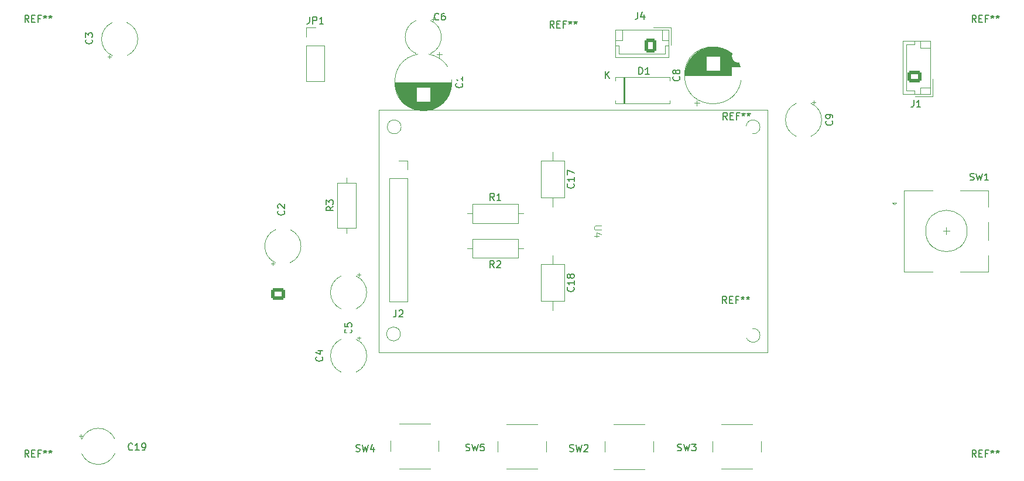
<source format=gto>
G04 #@! TF.GenerationSoftware,KiCad,Pcbnew,8.0.2*
G04 #@! TF.CreationDate,2024-05-25T11:53:27+02:00*
G04 #@! TF.ProjectId,VFO na esp32,56464f20-6e61-4206-9573-7033322e6b69,rev?*
G04 #@! TF.SameCoordinates,Original*
G04 #@! TF.FileFunction,Legend,Top*
G04 #@! TF.FilePolarity,Positive*
%FSLAX46Y46*%
G04 Gerber Fmt 4.6, Leading zero omitted, Abs format (unit mm)*
G04 Created by KiCad (PCBNEW 8.0.2) date 2024-05-25 11:53:27*
%MOMM*%
%LPD*%
G01*
G04 APERTURE LIST*
G04 Aperture macros list*
%AMRoundRect*
0 Rectangle with rounded corners*
0 $1 Rounding radius*
0 $2 $3 $4 $5 $6 $7 $8 $9 X,Y pos of 4 corners*
0 Add a 4 corners polygon primitive as box body*
4,1,4,$2,$3,$4,$5,$6,$7,$8,$9,$2,$3,0*
0 Add four circle primitives for the rounded corners*
1,1,$1+$1,$2,$3*
1,1,$1+$1,$4,$5*
1,1,$1+$1,$6,$7*
1,1,$1+$1,$8,$9*
0 Add four rect primitives between the rounded corners*
20,1,$1+$1,$2,$3,$4,$5,0*
20,1,$1+$1,$4,$5,$6,$7,0*
20,1,$1+$1,$6,$7,$8,$9,0*
20,1,$1+$1,$8,$9,$2,$3,0*%
G04 Aperture macros list end*
%ADD10C,0.150000*%
%ADD11C,0.100000*%
%ADD12C,0.120000*%
%ADD13R,1.600000X1.600000*%
%ADD14C,1.600000*%
%ADD15C,2.200000*%
%ADD16R,1.700000X1.700000*%
%ADD17O,1.700000X1.700000*%
%ADD18C,5.000000*%
%ADD19O,1.600000X1.600000*%
%ADD20C,7.000000*%
%ADD21R,2.000000X2.000000*%
%ADD22C,2.000000*%
%ADD23R,3.200000X2.000000*%
%ADD24R,2.400000X2.400000*%
%ADD25O,2.400000X2.400000*%
%ADD26RoundRect,0.250000X0.750000X-0.600000X0.750000X0.600000X-0.750000X0.600000X-0.750000X-0.600000X0*%
%ADD27O,2.000000X1.700000*%
%ADD28RoundRect,0.250000X0.600000X0.750000X-0.600000X0.750000X-0.600000X-0.750000X0.600000X-0.750000X0*%
%ADD29O,1.700000X2.000000*%
%ADD30R,2.000000X1.200000*%
%ADD31O,2.000000X1.200000*%
%ADD32O,3.500000X3.500000*%
%ADD33R,2.000000X1.905000*%
%ADD34O,2.000000X1.905000*%
%ADD35RoundRect,0.250000X-0.725000X0.600000X-0.725000X-0.600000X0.725000X-0.600000X0.725000X0.600000X0*%
%ADD36O,1.950000X1.700000*%
G04 APERTURE END LIST*
D10*
X194709580Y-70816666D02*
X194757200Y-70864285D01*
X194757200Y-70864285D02*
X194804819Y-71007142D01*
X194804819Y-71007142D02*
X194804819Y-71102380D01*
X194804819Y-71102380D02*
X194757200Y-71245237D01*
X194757200Y-71245237D02*
X194661961Y-71340475D01*
X194661961Y-71340475D02*
X194566723Y-71388094D01*
X194566723Y-71388094D02*
X194376247Y-71435713D01*
X194376247Y-71435713D02*
X194233390Y-71435713D01*
X194233390Y-71435713D02*
X194042914Y-71388094D01*
X194042914Y-71388094D02*
X193947676Y-71340475D01*
X193947676Y-71340475D02*
X193852438Y-71245237D01*
X193852438Y-71245237D02*
X193804819Y-71102380D01*
X193804819Y-71102380D02*
X193804819Y-71007142D01*
X193804819Y-71007142D02*
X193852438Y-70864285D01*
X193852438Y-70864285D02*
X193900057Y-70816666D01*
X194233390Y-70245237D02*
X194185771Y-70340475D01*
X194185771Y-70340475D02*
X194138152Y-70388094D01*
X194138152Y-70388094D02*
X194042914Y-70435713D01*
X194042914Y-70435713D02*
X193995295Y-70435713D01*
X193995295Y-70435713D02*
X193900057Y-70388094D01*
X193900057Y-70388094D02*
X193852438Y-70340475D01*
X193852438Y-70340475D02*
X193804819Y-70245237D01*
X193804819Y-70245237D02*
X193804819Y-70054761D01*
X193804819Y-70054761D02*
X193852438Y-69959523D01*
X193852438Y-69959523D02*
X193900057Y-69911904D01*
X193900057Y-69911904D02*
X193995295Y-69864285D01*
X193995295Y-69864285D02*
X194042914Y-69864285D01*
X194042914Y-69864285D02*
X194138152Y-69911904D01*
X194138152Y-69911904D02*
X194185771Y-69959523D01*
X194185771Y-69959523D02*
X194233390Y-70054761D01*
X194233390Y-70054761D02*
X194233390Y-70245237D01*
X194233390Y-70245237D02*
X194281009Y-70340475D01*
X194281009Y-70340475D02*
X194328628Y-70388094D01*
X194328628Y-70388094D02*
X194423866Y-70435713D01*
X194423866Y-70435713D02*
X194614342Y-70435713D01*
X194614342Y-70435713D02*
X194709580Y-70388094D01*
X194709580Y-70388094D02*
X194757200Y-70340475D01*
X194757200Y-70340475D02*
X194804819Y-70245237D01*
X194804819Y-70245237D02*
X194804819Y-70054761D01*
X194804819Y-70054761D02*
X194757200Y-69959523D01*
X194757200Y-69959523D02*
X194709580Y-69911904D01*
X194709580Y-69911904D02*
X194614342Y-69864285D01*
X194614342Y-69864285D02*
X194423866Y-69864285D01*
X194423866Y-69864285D02*
X194328628Y-69911904D01*
X194328628Y-69911904D02*
X194281009Y-69959523D01*
X194281009Y-69959523D02*
X194233390Y-70054761D01*
X163309580Y-71816666D02*
X163357200Y-71864285D01*
X163357200Y-71864285D02*
X163404819Y-72007142D01*
X163404819Y-72007142D02*
X163404819Y-72102380D01*
X163404819Y-72102380D02*
X163357200Y-72245237D01*
X163357200Y-72245237D02*
X163261961Y-72340475D01*
X163261961Y-72340475D02*
X163166723Y-72388094D01*
X163166723Y-72388094D02*
X162976247Y-72435713D01*
X162976247Y-72435713D02*
X162833390Y-72435713D01*
X162833390Y-72435713D02*
X162642914Y-72388094D01*
X162642914Y-72388094D02*
X162547676Y-72340475D01*
X162547676Y-72340475D02*
X162452438Y-72245237D01*
X162452438Y-72245237D02*
X162404819Y-72102380D01*
X162404819Y-72102380D02*
X162404819Y-72007142D01*
X162404819Y-72007142D02*
X162452438Y-71864285D01*
X162452438Y-71864285D02*
X162500057Y-71816666D01*
X163404819Y-70864285D02*
X163404819Y-71435713D01*
X163404819Y-71149999D02*
X162404819Y-71149999D01*
X162404819Y-71149999D02*
X162547676Y-71245237D01*
X162547676Y-71245237D02*
X162642914Y-71340475D01*
X162642914Y-71340475D02*
X162690533Y-71435713D01*
X109759580Y-65466666D02*
X109807200Y-65514285D01*
X109807200Y-65514285D02*
X109854819Y-65657142D01*
X109854819Y-65657142D02*
X109854819Y-65752380D01*
X109854819Y-65752380D02*
X109807200Y-65895237D01*
X109807200Y-65895237D02*
X109711961Y-65990475D01*
X109711961Y-65990475D02*
X109616723Y-66038094D01*
X109616723Y-66038094D02*
X109426247Y-66085713D01*
X109426247Y-66085713D02*
X109283390Y-66085713D01*
X109283390Y-66085713D02*
X109092914Y-66038094D01*
X109092914Y-66038094D02*
X108997676Y-65990475D01*
X108997676Y-65990475D02*
X108902438Y-65895237D01*
X108902438Y-65895237D02*
X108854819Y-65752380D01*
X108854819Y-65752380D02*
X108854819Y-65657142D01*
X108854819Y-65657142D02*
X108902438Y-65514285D01*
X108902438Y-65514285D02*
X108950057Y-65466666D01*
X108854819Y-65133332D02*
X108854819Y-64514285D01*
X108854819Y-64514285D02*
X109235771Y-64847618D01*
X109235771Y-64847618D02*
X109235771Y-64704761D01*
X109235771Y-64704761D02*
X109283390Y-64609523D01*
X109283390Y-64609523D02*
X109331009Y-64561904D01*
X109331009Y-64561904D02*
X109426247Y-64514285D01*
X109426247Y-64514285D02*
X109664342Y-64514285D01*
X109664342Y-64514285D02*
X109759580Y-64561904D01*
X109759580Y-64561904D02*
X109807200Y-64609523D01*
X109807200Y-64609523D02*
X109854819Y-64704761D01*
X109854819Y-64704761D02*
X109854819Y-64990475D01*
X109854819Y-64990475D02*
X109807200Y-65085713D01*
X109807200Y-65085713D02*
X109759580Y-65133332D01*
D11*
X183422580Y-92458095D02*
X182613057Y-92458095D01*
X182613057Y-92458095D02*
X182517819Y-92505714D01*
X182517819Y-92505714D02*
X182470200Y-92553333D01*
X182470200Y-92553333D02*
X182422580Y-92648571D01*
X182422580Y-92648571D02*
X182422580Y-92839047D01*
X182422580Y-92839047D02*
X182470200Y-92934285D01*
X182470200Y-92934285D02*
X182517819Y-92981904D01*
X182517819Y-92981904D02*
X182613057Y-93029523D01*
X182613057Y-93029523D02*
X183422580Y-93029523D01*
X183089247Y-93934285D02*
X182422580Y-93934285D01*
X183470200Y-93696190D02*
X182755914Y-93458095D01*
X182755914Y-93458095D02*
X182755914Y-94077142D01*
D10*
X147259580Y-107466666D02*
X147307200Y-107514285D01*
X147307200Y-107514285D02*
X147354819Y-107657142D01*
X147354819Y-107657142D02*
X147354819Y-107752380D01*
X147354819Y-107752380D02*
X147307200Y-107895237D01*
X147307200Y-107895237D02*
X147211961Y-107990475D01*
X147211961Y-107990475D02*
X147116723Y-108038094D01*
X147116723Y-108038094D02*
X146926247Y-108085713D01*
X146926247Y-108085713D02*
X146783390Y-108085713D01*
X146783390Y-108085713D02*
X146592914Y-108038094D01*
X146592914Y-108038094D02*
X146497676Y-107990475D01*
X146497676Y-107990475D02*
X146402438Y-107895237D01*
X146402438Y-107895237D02*
X146354819Y-107752380D01*
X146354819Y-107752380D02*
X146354819Y-107657142D01*
X146354819Y-107657142D02*
X146402438Y-107514285D01*
X146402438Y-107514285D02*
X146450057Y-107466666D01*
X146354819Y-106561904D02*
X146354819Y-107038094D01*
X146354819Y-107038094D02*
X146831009Y-107085713D01*
X146831009Y-107085713D02*
X146783390Y-107038094D01*
X146783390Y-107038094D02*
X146735771Y-106942856D01*
X146735771Y-106942856D02*
X146735771Y-106704761D01*
X146735771Y-106704761D02*
X146783390Y-106609523D01*
X146783390Y-106609523D02*
X146831009Y-106561904D01*
X146831009Y-106561904D02*
X146926247Y-106514285D01*
X146926247Y-106514285D02*
X147164342Y-106514285D01*
X147164342Y-106514285D02*
X147259580Y-106561904D01*
X147259580Y-106561904D02*
X147307200Y-106609523D01*
X147307200Y-106609523D02*
X147354819Y-106704761D01*
X147354819Y-106704761D02*
X147354819Y-106942856D01*
X147354819Y-106942856D02*
X147307200Y-107038094D01*
X147307200Y-107038094D02*
X147259580Y-107085713D01*
X141266666Y-62184819D02*
X141266666Y-62899104D01*
X141266666Y-62899104D02*
X141219047Y-63041961D01*
X141219047Y-63041961D02*
X141123809Y-63137200D01*
X141123809Y-63137200D02*
X140980952Y-63184819D01*
X140980952Y-63184819D02*
X140885714Y-63184819D01*
X141742857Y-63184819D02*
X141742857Y-62184819D01*
X141742857Y-62184819D02*
X142123809Y-62184819D01*
X142123809Y-62184819D02*
X142219047Y-62232438D01*
X142219047Y-62232438D02*
X142266666Y-62280057D01*
X142266666Y-62280057D02*
X142314285Y-62375295D01*
X142314285Y-62375295D02*
X142314285Y-62518152D01*
X142314285Y-62518152D02*
X142266666Y-62613390D01*
X142266666Y-62613390D02*
X142219047Y-62661009D01*
X142219047Y-62661009D02*
X142123809Y-62708628D01*
X142123809Y-62708628D02*
X141742857Y-62708628D01*
X143266666Y-63184819D02*
X142695238Y-63184819D01*
X142980952Y-63184819D02*
X142980952Y-62184819D01*
X142980952Y-62184819D02*
X142885714Y-62327676D01*
X142885714Y-62327676D02*
X142790476Y-62422914D01*
X142790476Y-62422914D02*
X142695238Y-62470533D01*
X237666666Y-125954819D02*
X237333333Y-125478628D01*
X237095238Y-125954819D02*
X237095238Y-124954819D01*
X237095238Y-124954819D02*
X237476190Y-124954819D01*
X237476190Y-124954819D02*
X237571428Y-125002438D01*
X237571428Y-125002438D02*
X237619047Y-125050057D01*
X237619047Y-125050057D02*
X237666666Y-125145295D01*
X237666666Y-125145295D02*
X237666666Y-125288152D01*
X237666666Y-125288152D02*
X237619047Y-125383390D01*
X237619047Y-125383390D02*
X237571428Y-125431009D01*
X237571428Y-125431009D02*
X237476190Y-125478628D01*
X237476190Y-125478628D02*
X237095238Y-125478628D01*
X238095238Y-125431009D02*
X238428571Y-125431009D01*
X238571428Y-125954819D02*
X238095238Y-125954819D01*
X238095238Y-125954819D02*
X238095238Y-124954819D01*
X238095238Y-124954819D02*
X238571428Y-124954819D01*
X239333333Y-125431009D02*
X239000000Y-125431009D01*
X239000000Y-125954819D02*
X239000000Y-124954819D01*
X239000000Y-124954819D02*
X239476190Y-124954819D01*
X240000000Y-124954819D02*
X240000000Y-125192914D01*
X239761905Y-125097676D02*
X240000000Y-125192914D01*
X240000000Y-125192914D02*
X240238095Y-125097676D01*
X239857143Y-125383390D02*
X240000000Y-125192914D01*
X240000000Y-125192914D02*
X240142857Y-125383390D01*
X240761905Y-124954819D02*
X240761905Y-125192914D01*
X240523810Y-125097676D02*
X240761905Y-125192914D01*
X240761905Y-125192914D02*
X241000000Y-125097676D01*
X240619048Y-125383390D02*
X240761905Y-125192914D01*
X240761905Y-125192914D02*
X240904762Y-125383390D01*
X179429580Y-101342857D02*
X179477200Y-101390476D01*
X179477200Y-101390476D02*
X179524819Y-101533333D01*
X179524819Y-101533333D02*
X179524819Y-101628571D01*
X179524819Y-101628571D02*
X179477200Y-101771428D01*
X179477200Y-101771428D02*
X179381961Y-101866666D01*
X179381961Y-101866666D02*
X179286723Y-101914285D01*
X179286723Y-101914285D02*
X179096247Y-101961904D01*
X179096247Y-101961904D02*
X178953390Y-101961904D01*
X178953390Y-101961904D02*
X178762914Y-101914285D01*
X178762914Y-101914285D02*
X178667676Y-101866666D01*
X178667676Y-101866666D02*
X178572438Y-101771428D01*
X178572438Y-101771428D02*
X178524819Y-101628571D01*
X178524819Y-101628571D02*
X178524819Y-101533333D01*
X178524819Y-101533333D02*
X178572438Y-101390476D01*
X178572438Y-101390476D02*
X178620057Y-101342857D01*
X179524819Y-100390476D02*
X179524819Y-100961904D01*
X179524819Y-100676190D02*
X178524819Y-100676190D01*
X178524819Y-100676190D02*
X178667676Y-100771428D01*
X178667676Y-100771428D02*
X178762914Y-100866666D01*
X178762914Y-100866666D02*
X178810533Y-100961904D01*
X178953390Y-99819047D02*
X178905771Y-99914285D01*
X178905771Y-99914285D02*
X178858152Y-99961904D01*
X178858152Y-99961904D02*
X178762914Y-100009523D01*
X178762914Y-100009523D02*
X178715295Y-100009523D01*
X178715295Y-100009523D02*
X178620057Y-99961904D01*
X178620057Y-99961904D02*
X178572438Y-99914285D01*
X178572438Y-99914285D02*
X178524819Y-99819047D01*
X178524819Y-99819047D02*
X178524819Y-99628571D01*
X178524819Y-99628571D02*
X178572438Y-99533333D01*
X178572438Y-99533333D02*
X178620057Y-99485714D01*
X178620057Y-99485714D02*
X178715295Y-99438095D01*
X178715295Y-99438095D02*
X178762914Y-99438095D01*
X178762914Y-99438095D02*
X178858152Y-99485714D01*
X178858152Y-99485714D02*
X178905771Y-99533333D01*
X178905771Y-99533333D02*
X178953390Y-99628571D01*
X178953390Y-99628571D02*
X178953390Y-99819047D01*
X178953390Y-99819047D02*
X179001009Y-99914285D01*
X179001009Y-99914285D02*
X179048628Y-99961904D01*
X179048628Y-99961904D02*
X179143866Y-100009523D01*
X179143866Y-100009523D02*
X179334342Y-100009523D01*
X179334342Y-100009523D02*
X179429580Y-99961904D01*
X179429580Y-99961904D02*
X179477200Y-99914285D01*
X179477200Y-99914285D02*
X179524819Y-99819047D01*
X179524819Y-99819047D02*
X179524819Y-99628571D01*
X179524819Y-99628571D02*
X179477200Y-99533333D01*
X179477200Y-99533333D02*
X179429580Y-99485714D01*
X179429580Y-99485714D02*
X179334342Y-99438095D01*
X179334342Y-99438095D02*
X179143866Y-99438095D01*
X179143866Y-99438095D02*
X179048628Y-99485714D01*
X179048628Y-99485714D02*
X179001009Y-99533333D01*
X179001009Y-99533333D02*
X178953390Y-99628571D01*
X115657142Y-124859580D02*
X115609523Y-124907200D01*
X115609523Y-124907200D02*
X115466666Y-124954819D01*
X115466666Y-124954819D02*
X115371428Y-124954819D01*
X115371428Y-124954819D02*
X115228571Y-124907200D01*
X115228571Y-124907200D02*
X115133333Y-124811961D01*
X115133333Y-124811961D02*
X115085714Y-124716723D01*
X115085714Y-124716723D02*
X115038095Y-124526247D01*
X115038095Y-124526247D02*
X115038095Y-124383390D01*
X115038095Y-124383390D02*
X115085714Y-124192914D01*
X115085714Y-124192914D02*
X115133333Y-124097676D01*
X115133333Y-124097676D02*
X115228571Y-124002438D01*
X115228571Y-124002438D02*
X115371428Y-123954819D01*
X115371428Y-123954819D02*
X115466666Y-123954819D01*
X115466666Y-123954819D02*
X115609523Y-124002438D01*
X115609523Y-124002438D02*
X115657142Y-124050057D01*
X116609523Y-124954819D02*
X116038095Y-124954819D01*
X116323809Y-124954819D02*
X116323809Y-123954819D01*
X116323809Y-123954819D02*
X116228571Y-124097676D01*
X116228571Y-124097676D02*
X116133333Y-124192914D01*
X116133333Y-124192914D02*
X116038095Y-124240533D01*
X117085714Y-124954819D02*
X117276190Y-124954819D01*
X117276190Y-124954819D02*
X117371428Y-124907200D01*
X117371428Y-124907200D02*
X117419047Y-124859580D01*
X117419047Y-124859580D02*
X117514285Y-124716723D01*
X117514285Y-124716723D02*
X117561904Y-124526247D01*
X117561904Y-124526247D02*
X117561904Y-124145295D01*
X117561904Y-124145295D02*
X117514285Y-124050057D01*
X117514285Y-124050057D02*
X117466666Y-124002438D01*
X117466666Y-124002438D02*
X117371428Y-123954819D01*
X117371428Y-123954819D02*
X117180952Y-123954819D01*
X117180952Y-123954819D02*
X117085714Y-124002438D01*
X117085714Y-124002438D02*
X117038095Y-124050057D01*
X117038095Y-124050057D02*
X116990476Y-124145295D01*
X116990476Y-124145295D02*
X116990476Y-124383390D01*
X116990476Y-124383390D02*
X117038095Y-124478628D01*
X117038095Y-124478628D02*
X117085714Y-124526247D01*
X117085714Y-124526247D02*
X117180952Y-124573866D01*
X117180952Y-124573866D02*
X117371428Y-124573866D01*
X117371428Y-124573866D02*
X117466666Y-124526247D01*
X117466666Y-124526247D02*
X117514285Y-124478628D01*
X117514285Y-124478628D02*
X117561904Y-124383390D01*
X100666666Y-62954819D02*
X100333333Y-62478628D01*
X100095238Y-62954819D02*
X100095238Y-61954819D01*
X100095238Y-61954819D02*
X100476190Y-61954819D01*
X100476190Y-61954819D02*
X100571428Y-62002438D01*
X100571428Y-62002438D02*
X100619047Y-62050057D01*
X100619047Y-62050057D02*
X100666666Y-62145295D01*
X100666666Y-62145295D02*
X100666666Y-62288152D01*
X100666666Y-62288152D02*
X100619047Y-62383390D01*
X100619047Y-62383390D02*
X100571428Y-62431009D01*
X100571428Y-62431009D02*
X100476190Y-62478628D01*
X100476190Y-62478628D02*
X100095238Y-62478628D01*
X101095238Y-62431009D02*
X101428571Y-62431009D01*
X101571428Y-62954819D02*
X101095238Y-62954819D01*
X101095238Y-62954819D02*
X101095238Y-61954819D01*
X101095238Y-61954819D02*
X101571428Y-61954819D01*
X102333333Y-62431009D02*
X102000000Y-62431009D01*
X102000000Y-62954819D02*
X102000000Y-61954819D01*
X102000000Y-61954819D02*
X102476190Y-61954819D01*
X103000000Y-61954819D02*
X103000000Y-62192914D01*
X102761905Y-62097676D02*
X103000000Y-62192914D01*
X103000000Y-62192914D02*
X103238095Y-62097676D01*
X102857143Y-62383390D02*
X103000000Y-62192914D01*
X103000000Y-62192914D02*
X103142857Y-62383390D01*
X103761905Y-61954819D02*
X103761905Y-62192914D01*
X103523810Y-62097676D02*
X103761905Y-62192914D01*
X103761905Y-62192914D02*
X104000000Y-62097676D01*
X103619048Y-62383390D02*
X103761905Y-62192914D01*
X103761905Y-62192914D02*
X103904762Y-62383390D01*
X176616666Y-63764819D02*
X176283333Y-63288628D01*
X176045238Y-63764819D02*
X176045238Y-62764819D01*
X176045238Y-62764819D02*
X176426190Y-62764819D01*
X176426190Y-62764819D02*
X176521428Y-62812438D01*
X176521428Y-62812438D02*
X176569047Y-62860057D01*
X176569047Y-62860057D02*
X176616666Y-62955295D01*
X176616666Y-62955295D02*
X176616666Y-63098152D01*
X176616666Y-63098152D02*
X176569047Y-63193390D01*
X176569047Y-63193390D02*
X176521428Y-63241009D01*
X176521428Y-63241009D02*
X176426190Y-63288628D01*
X176426190Y-63288628D02*
X176045238Y-63288628D01*
X177045238Y-63241009D02*
X177378571Y-63241009D01*
X177521428Y-63764819D02*
X177045238Y-63764819D01*
X177045238Y-63764819D02*
X177045238Y-62764819D01*
X177045238Y-62764819D02*
X177521428Y-62764819D01*
X178283333Y-63241009D02*
X177950000Y-63241009D01*
X177950000Y-63764819D02*
X177950000Y-62764819D01*
X177950000Y-62764819D02*
X178426190Y-62764819D01*
X178950000Y-62764819D02*
X178950000Y-63002914D01*
X178711905Y-62907676D02*
X178950000Y-63002914D01*
X178950000Y-63002914D02*
X179188095Y-62907676D01*
X178807143Y-63193390D02*
X178950000Y-63002914D01*
X178950000Y-63002914D02*
X179092857Y-63193390D01*
X179711905Y-62764819D02*
X179711905Y-63002914D01*
X179473810Y-62907676D02*
X179711905Y-63002914D01*
X179711905Y-63002914D02*
X179950000Y-62907676D01*
X179569048Y-63193390D02*
X179711905Y-63002914D01*
X179711905Y-63002914D02*
X179854762Y-63193390D01*
X153766666Y-104654819D02*
X153766666Y-105369104D01*
X153766666Y-105369104D02*
X153719047Y-105511961D01*
X153719047Y-105511961D02*
X153623809Y-105607200D01*
X153623809Y-105607200D02*
X153480952Y-105654819D01*
X153480952Y-105654819D02*
X153385714Y-105654819D01*
X154195238Y-104750057D02*
X154242857Y-104702438D01*
X154242857Y-104702438D02*
X154338095Y-104654819D01*
X154338095Y-104654819D02*
X154576190Y-104654819D01*
X154576190Y-104654819D02*
X154671428Y-104702438D01*
X154671428Y-104702438D02*
X154719047Y-104750057D01*
X154719047Y-104750057D02*
X154766666Y-104845295D01*
X154766666Y-104845295D02*
X154766666Y-104940533D01*
X154766666Y-104940533D02*
X154719047Y-105083390D01*
X154719047Y-105083390D02*
X154147619Y-105654819D01*
X154147619Y-105654819D02*
X154766666Y-105654819D01*
X236766667Y-85807200D02*
X236909524Y-85854819D01*
X236909524Y-85854819D02*
X237147619Y-85854819D01*
X237147619Y-85854819D02*
X237242857Y-85807200D01*
X237242857Y-85807200D02*
X237290476Y-85759580D01*
X237290476Y-85759580D02*
X237338095Y-85664342D01*
X237338095Y-85664342D02*
X237338095Y-85569104D01*
X237338095Y-85569104D02*
X237290476Y-85473866D01*
X237290476Y-85473866D02*
X237242857Y-85426247D01*
X237242857Y-85426247D02*
X237147619Y-85378628D01*
X237147619Y-85378628D02*
X236957143Y-85331009D01*
X236957143Y-85331009D02*
X236861905Y-85283390D01*
X236861905Y-85283390D02*
X236814286Y-85235771D01*
X236814286Y-85235771D02*
X236766667Y-85140533D01*
X236766667Y-85140533D02*
X236766667Y-85045295D01*
X236766667Y-85045295D02*
X236814286Y-84950057D01*
X236814286Y-84950057D02*
X236861905Y-84902438D01*
X236861905Y-84902438D02*
X236957143Y-84854819D01*
X236957143Y-84854819D02*
X237195238Y-84854819D01*
X237195238Y-84854819D02*
X237338095Y-84902438D01*
X237671429Y-84854819D02*
X237909524Y-85854819D01*
X237909524Y-85854819D02*
X238100000Y-85140533D01*
X238100000Y-85140533D02*
X238290476Y-85854819D01*
X238290476Y-85854819D02*
X238528572Y-84854819D01*
X239433333Y-85854819D02*
X238861905Y-85854819D01*
X239147619Y-85854819D02*
X239147619Y-84854819D01*
X239147619Y-84854819D02*
X239052381Y-84997676D01*
X239052381Y-84997676D02*
X238957143Y-85092914D01*
X238957143Y-85092914D02*
X238861905Y-85140533D01*
X147966667Y-125107200D02*
X148109524Y-125154819D01*
X148109524Y-125154819D02*
X148347619Y-125154819D01*
X148347619Y-125154819D02*
X148442857Y-125107200D01*
X148442857Y-125107200D02*
X148490476Y-125059580D01*
X148490476Y-125059580D02*
X148538095Y-124964342D01*
X148538095Y-124964342D02*
X148538095Y-124869104D01*
X148538095Y-124869104D02*
X148490476Y-124773866D01*
X148490476Y-124773866D02*
X148442857Y-124726247D01*
X148442857Y-124726247D02*
X148347619Y-124678628D01*
X148347619Y-124678628D02*
X148157143Y-124631009D01*
X148157143Y-124631009D02*
X148061905Y-124583390D01*
X148061905Y-124583390D02*
X148014286Y-124535771D01*
X148014286Y-124535771D02*
X147966667Y-124440533D01*
X147966667Y-124440533D02*
X147966667Y-124345295D01*
X147966667Y-124345295D02*
X148014286Y-124250057D01*
X148014286Y-124250057D02*
X148061905Y-124202438D01*
X148061905Y-124202438D02*
X148157143Y-124154819D01*
X148157143Y-124154819D02*
X148395238Y-124154819D01*
X148395238Y-124154819D02*
X148538095Y-124202438D01*
X148871429Y-124154819D02*
X149109524Y-125154819D01*
X149109524Y-125154819D02*
X149300000Y-124440533D01*
X149300000Y-124440533D02*
X149490476Y-125154819D01*
X149490476Y-125154819D02*
X149728572Y-124154819D01*
X150538095Y-124488152D02*
X150538095Y-125154819D01*
X150300000Y-124107200D02*
X150061905Y-124821485D01*
X150061905Y-124821485D02*
X150680952Y-124821485D01*
X178866667Y-125107200D02*
X179009524Y-125154819D01*
X179009524Y-125154819D02*
X179247619Y-125154819D01*
X179247619Y-125154819D02*
X179342857Y-125107200D01*
X179342857Y-125107200D02*
X179390476Y-125059580D01*
X179390476Y-125059580D02*
X179438095Y-124964342D01*
X179438095Y-124964342D02*
X179438095Y-124869104D01*
X179438095Y-124869104D02*
X179390476Y-124773866D01*
X179390476Y-124773866D02*
X179342857Y-124726247D01*
X179342857Y-124726247D02*
X179247619Y-124678628D01*
X179247619Y-124678628D02*
X179057143Y-124631009D01*
X179057143Y-124631009D02*
X178961905Y-124583390D01*
X178961905Y-124583390D02*
X178914286Y-124535771D01*
X178914286Y-124535771D02*
X178866667Y-124440533D01*
X178866667Y-124440533D02*
X178866667Y-124345295D01*
X178866667Y-124345295D02*
X178914286Y-124250057D01*
X178914286Y-124250057D02*
X178961905Y-124202438D01*
X178961905Y-124202438D02*
X179057143Y-124154819D01*
X179057143Y-124154819D02*
X179295238Y-124154819D01*
X179295238Y-124154819D02*
X179438095Y-124202438D01*
X179771429Y-124154819D02*
X180009524Y-125154819D01*
X180009524Y-125154819D02*
X180200000Y-124440533D01*
X180200000Y-124440533D02*
X180390476Y-125154819D01*
X180390476Y-125154819D02*
X180628572Y-124154819D01*
X180961905Y-124250057D02*
X181009524Y-124202438D01*
X181009524Y-124202438D02*
X181104762Y-124154819D01*
X181104762Y-124154819D02*
X181342857Y-124154819D01*
X181342857Y-124154819D02*
X181438095Y-124202438D01*
X181438095Y-124202438D02*
X181485714Y-124250057D01*
X181485714Y-124250057D02*
X181533333Y-124345295D01*
X181533333Y-124345295D02*
X181533333Y-124440533D01*
X181533333Y-124440533D02*
X181485714Y-124583390D01*
X181485714Y-124583390D02*
X180914286Y-125154819D01*
X180914286Y-125154819D02*
X181533333Y-125154819D01*
X188871905Y-70494819D02*
X188871905Y-69494819D01*
X188871905Y-69494819D02*
X189110000Y-69494819D01*
X189110000Y-69494819D02*
X189252857Y-69542438D01*
X189252857Y-69542438D02*
X189348095Y-69637676D01*
X189348095Y-69637676D02*
X189395714Y-69732914D01*
X189395714Y-69732914D02*
X189443333Y-69923390D01*
X189443333Y-69923390D02*
X189443333Y-70066247D01*
X189443333Y-70066247D02*
X189395714Y-70256723D01*
X189395714Y-70256723D02*
X189348095Y-70351961D01*
X189348095Y-70351961D02*
X189252857Y-70447200D01*
X189252857Y-70447200D02*
X189110000Y-70494819D01*
X189110000Y-70494819D02*
X188871905Y-70494819D01*
X190395714Y-70494819D02*
X189824286Y-70494819D01*
X190110000Y-70494819D02*
X190110000Y-69494819D01*
X190110000Y-69494819D02*
X190014762Y-69637676D01*
X190014762Y-69637676D02*
X189919524Y-69732914D01*
X189919524Y-69732914D02*
X189824286Y-69780533D01*
X184068095Y-71094819D02*
X184068095Y-70094819D01*
X184639523Y-71094819D02*
X184210952Y-70523390D01*
X184639523Y-70094819D02*
X184068095Y-70666247D01*
X159933333Y-62559580D02*
X159885714Y-62607200D01*
X159885714Y-62607200D02*
X159742857Y-62654819D01*
X159742857Y-62654819D02*
X159647619Y-62654819D01*
X159647619Y-62654819D02*
X159504762Y-62607200D01*
X159504762Y-62607200D02*
X159409524Y-62511961D01*
X159409524Y-62511961D02*
X159361905Y-62416723D01*
X159361905Y-62416723D02*
X159314286Y-62226247D01*
X159314286Y-62226247D02*
X159314286Y-62083390D01*
X159314286Y-62083390D02*
X159361905Y-61892914D01*
X159361905Y-61892914D02*
X159409524Y-61797676D01*
X159409524Y-61797676D02*
X159504762Y-61702438D01*
X159504762Y-61702438D02*
X159647619Y-61654819D01*
X159647619Y-61654819D02*
X159742857Y-61654819D01*
X159742857Y-61654819D02*
X159885714Y-61702438D01*
X159885714Y-61702438D02*
X159933333Y-61750057D01*
X160790476Y-61654819D02*
X160600000Y-61654819D01*
X160600000Y-61654819D02*
X160504762Y-61702438D01*
X160504762Y-61702438D02*
X160457143Y-61750057D01*
X160457143Y-61750057D02*
X160361905Y-61892914D01*
X160361905Y-61892914D02*
X160314286Y-62083390D01*
X160314286Y-62083390D02*
X160314286Y-62464342D01*
X160314286Y-62464342D02*
X160361905Y-62559580D01*
X160361905Y-62559580D02*
X160409524Y-62607200D01*
X160409524Y-62607200D02*
X160504762Y-62654819D01*
X160504762Y-62654819D02*
X160695238Y-62654819D01*
X160695238Y-62654819D02*
X160790476Y-62607200D01*
X160790476Y-62607200D02*
X160838095Y-62559580D01*
X160838095Y-62559580D02*
X160885714Y-62464342D01*
X160885714Y-62464342D02*
X160885714Y-62226247D01*
X160885714Y-62226247D02*
X160838095Y-62131009D01*
X160838095Y-62131009D02*
X160790476Y-62083390D01*
X160790476Y-62083390D02*
X160695238Y-62035771D01*
X160695238Y-62035771D02*
X160504762Y-62035771D01*
X160504762Y-62035771D02*
X160409524Y-62083390D01*
X160409524Y-62083390D02*
X160361905Y-62131009D01*
X160361905Y-62131009D02*
X160314286Y-62226247D01*
X228616666Y-74244819D02*
X228616666Y-74959104D01*
X228616666Y-74959104D02*
X228569047Y-75101961D01*
X228569047Y-75101961D02*
X228473809Y-75197200D01*
X228473809Y-75197200D02*
X228330952Y-75244819D01*
X228330952Y-75244819D02*
X228235714Y-75244819D01*
X229616666Y-75244819D02*
X229045238Y-75244819D01*
X229330952Y-75244819D02*
X229330952Y-74244819D01*
X229330952Y-74244819D02*
X229235714Y-74387676D01*
X229235714Y-74387676D02*
X229140476Y-74482914D01*
X229140476Y-74482914D02*
X229045238Y-74530533D01*
X144684819Y-89666666D02*
X144208628Y-89999999D01*
X144684819Y-90238094D02*
X143684819Y-90238094D01*
X143684819Y-90238094D02*
X143684819Y-89857142D01*
X143684819Y-89857142D02*
X143732438Y-89761904D01*
X143732438Y-89761904D02*
X143780057Y-89714285D01*
X143780057Y-89714285D02*
X143875295Y-89666666D01*
X143875295Y-89666666D02*
X144018152Y-89666666D01*
X144018152Y-89666666D02*
X144113390Y-89714285D01*
X144113390Y-89714285D02*
X144161009Y-89761904D01*
X144161009Y-89761904D02*
X144208628Y-89857142D01*
X144208628Y-89857142D02*
X144208628Y-90238094D01*
X143684819Y-89333332D02*
X143684819Y-88714285D01*
X143684819Y-88714285D02*
X144065771Y-89047618D01*
X144065771Y-89047618D02*
X144065771Y-88904761D01*
X144065771Y-88904761D02*
X144113390Y-88809523D01*
X144113390Y-88809523D02*
X144161009Y-88761904D01*
X144161009Y-88761904D02*
X144256247Y-88714285D01*
X144256247Y-88714285D02*
X144494342Y-88714285D01*
X144494342Y-88714285D02*
X144589580Y-88761904D01*
X144589580Y-88761904D02*
X144637200Y-88809523D01*
X144637200Y-88809523D02*
X144684819Y-88904761D01*
X144684819Y-88904761D02*
X144684819Y-89190475D01*
X144684819Y-89190475D02*
X144637200Y-89285713D01*
X144637200Y-89285713D02*
X144589580Y-89333332D01*
X163866667Y-125007200D02*
X164009524Y-125054819D01*
X164009524Y-125054819D02*
X164247619Y-125054819D01*
X164247619Y-125054819D02*
X164342857Y-125007200D01*
X164342857Y-125007200D02*
X164390476Y-124959580D01*
X164390476Y-124959580D02*
X164438095Y-124864342D01*
X164438095Y-124864342D02*
X164438095Y-124769104D01*
X164438095Y-124769104D02*
X164390476Y-124673866D01*
X164390476Y-124673866D02*
X164342857Y-124626247D01*
X164342857Y-124626247D02*
X164247619Y-124578628D01*
X164247619Y-124578628D02*
X164057143Y-124531009D01*
X164057143Y-124531009D02*
X163961905Y-124483390D01*
X163961905Y-124483390D02*
X163914286Y-124435771D01*
X163914286Y-124435771D02*
X163866667Y-124340533D01*
X163866667Y-124340533D02*
X163866667Y-124245295D01*
X163866667Y-124245295D02*
X163914286Y-124150057D01*
X163914286Y-124150057D02*
X163961905Y-124102438D01*
X163961905Y-124102438D02*
X164057143Y-124054819D01*
X164057143Y-124054819D02*
X164295238Y-124054819D01*
X164295238Y-124054819D02*
X164438095Y-124102438D01*
X164771429Y-124054819D02*
X165009524Y-125054819D01*
X165009524Y-125054819D02*
X165200000Y-124340533D01*
X165200000Y-124340533D02*
X165390476Y-125054819D01*
X165390476Y-125054819D02*
X165628572Y-124054819D01*
X166485714Y-124054819D02*
X166009524Y-124054819D01*
X166009524Y-124054819D02*
X165961905Y-124531009D01*
X165961905Y-124531009D02*
X166009524Y-124483390D01*
X166009524Y-124483390D02*
X166104762Y-124435771D01*
X166104762Y-124435771D02*
X166342857Y-124435771D01*
X166342857Y-124435771D02*
X166438095Y-124483390D01*
X166438095Y-124483390D02*
X166485714Y-124531009D01*
X166485714Y-124531009D02*
X166533333Y-124626247D01*
X166533333Y-124626247D02*
X166533333Y-124864342D01*
X166533333Y-124864342D02*
X166485714Y-124959580D01*
X166485714Y-124959580D02*
X166438095Y-125007200D01*
X166438095Y-125007200D02*
X166342857Y-125054819D01*
X166342857Y-125054819D02*
X166104762Y-125054819D01*
X166104762Y-125054819D02*
X166009524Y-125007200D01*
X166009524Y-125007200D02*
X165961905Y-124959580D01*
X167963333Y-88754819D02*
X167630000Y-88278628D01*
X167391905Y-88754819D02*
X167391905Y-87754819D01*
X167391905Y-87754819D02*
X167772857Y-87754819D01*
X167772857Y-87754819D02*
X167868095Y-87802438D01*
X167868095Y-87802438D02*
X167915714Y-87850057D01*
X167915714Y-87850057D02*
X167963333Y-87945295D01*
X167963333Y-87945295D02*
X167963333Y-88088152D01*
X167963333Y-88088152D02*
X167915714Y-88183390D01*
X167915714Y-88183390D02*
X167868095Y-88231009D01*
X167868095Y-88231009D02*
X167772857Y-88278628D01*
X167772857Y-88278628D02*
X167391905Y-88278628D01*
X168915714Y-88754819D02*
X168344286Y-88754819D01*
X168630000Y-88754819D02*
X168630000Y-87754819D01*
X168630000Y-87754819D02*
X168534762Y-87897676D01*
X168534762Y-87897676D02*
X168439524Y-87992914D01*
X168439524Y-87992914D02*
X168344286Y-88040533D01*
X188716666Y-61514819D02*
X188716666Y-62229104D01*
X188716666Y-62229104D02*
X188669047Y-62371961D01*
X188669047Y-62371961D02*
X188573809Y-62467200D01*
X188573809Y-62467200D02*
X188430952Y-62514819D01*
X188430952Y-62514819D02*
X188335714Y-62514819D01*
X189621428Y-61848152D02*
X189621428Y-62514819D01*
X189383333Y-61467200D02*
X189145238Y-62181485D01*
X189145238Y-62181485D02*
X189764285Y-62181485D01*
X216809580Y-77266666D02*
X216857200Y-77314285D01*
X216857200Y-77314285D02*
X216904819Y-77457142D01*
X216904819Y-77457142D02*
X216904819Y-77552380D01*
X216904819Y-77552380D02*
X216857200Y-77695237D01*
X216857200Y-77695237D02*
X216761961Y-77790475D01*
X216761961Y-77790475D02*
X216666723Y-77838094D01*
X216666723Y-77838094D02*
X216476247Y-77885713D01*
X216476247Y-77885713D02*
X216333390Y-77885713D01*
X216333390Y-77885713D02*
X216142914Y-77838094D01*
X216142914Y-77838094D02*
X216047676Y-77790475D01*
X216047676Y-77790475D02*
X215952438Y-77695237D01*
X215952438Y-77695237D02*
X215904819Y-77552380D01*
X215904819Y-77552380D02*
X215904819Y-77457142D01*
X215904819Y-77457142D02*
X215952438Y-77314285D01*
X215952438Y-77314285D02*
X216000057Y-77266666D01*
X216904819Y-76790475D02*
X216904819Y-76599999D01*
X216904819Y-76599999D02*
X216857200Y-76504761D01*
X216857200Y-76504761D02*
X216809580Y-76457142D01*
X216809580Y-76457142D02*
X216666723Y-76361904D01*
X216666723Y-76361904D02*
X216476247Y-76314285D01*
X216476247Y-76314285D02*
X216095295Y-76314285D01*
X216095295Y-76314285D02*
X216000057Y-76361904D01*
X216000057Y-76361904D02*
X215952438Y-76409523D01*
X215952438Y-76409523D02*
X215904819Y-76504761D01*
X215904819Y-76504761D02*
X215904819Y-76695237D01*
X215904819Y-76695237D02*
X215952438Y-76790475D01*
X215952438Y-76790475D02*
X216000057Y-76838094D01*
X216000057Y-76838094D02*
X216095295Y-76885713D01*
X216095295Y-76885713D02*
X216333390Y-76885713D01*
X216333390Y-76885713D02*
X216428628Y-76838094D01*
X216428628Y-76838094D02*
X216476247Y-76790475D01*
X216476247Y-76790475D02*
X216523866Y-76695237D01*
X216523866Y-76695237D02*
X216523866Y-76504761D01*
X216523866Y-76504761D02*
X216476247Y-76409523D01*
X216476247Y-76409523D02*
X216428628Y-76361904D01*
X216428628Y-76361904D02*
X216333390Y-76314285D01*
X201666666Y-77054819D02*
X201333333Y-76578628D01*
X201095238Y-77054819D02*
X201095238Y-76054819D01*
X201095238Y-76054819D02*
X201476190Y-76054819D01*
X201476190Y-76054819D02*
X201571428Y-76102438D01*
X201571428Y-76102438D02*
X201619047Y-76150057D01*
X201619047Y-76150057D02*
X201666666Y-76245295D01*
X201666666Y-76245295D02*
X201666666Y-76388152D01*
X201666666Y-76388152D02*
X201619047Y-76483390D01*
X201619047Y-76483390D02*
X201571428Y-76531009D01*
X201571428Y-76531009D02*
X201476190Y-76578628D01*
X201476190Y-76578628D02*
X201095238Y-76578628D01*
X202095238Y-76531009D02*
X202428571Y-76531009D01*
X202571428Y-77054819D02*
X202095238Y-77054819D01*
X202095238Y-77054819D02*
X202095238Y-76054819D01*
X202095238Y-76054819D02*
X202571428Y-76054819D01*
X203333333Y-76531009D02*
X203000000Y-76531009D01*
X203000000Y-77054819D02*
X203000000Y-76054819D01*
X203000000Y-76054819D02*
X203476190Y-76054819D01*
X204000000Y-76054819D02*
X204000000Y-76292914D01*
X203761905Y-76197676D02*
X204000000Y-76292914D01*
X204000000Y-76292914D02*
X204238095Y-76197676D01*
X203857143Y-76483390D02*
X204000000Y-76292914D01*
X204000000Y-76292914D02*
X204142857Y-76483390D01*
X204761905Y-76054819D02*
X204761905Y-76292914D01*
X204523810Y-76197676D02*
X204761905Y-76292914D01*
X204761905Y-76292914D02*
X205000000Y-76197676D01*
X204619048Y-76483390D02*
X204761905Y-76292914D01*
X204761905Y-76292914D02*
X204904762Y-76483390D01*
X137559580Y-90266666D02*
X137607200Y-90314285D01*
X137607200Y-90314285D02*
X137654819Y-90457142D01*
X137654819Y-90457142D02*
X137654819Y-90552380D01*
X137654819Y-90552380D02*
X137607200Y-90695237D01*
X137607200Y-90695237D02*
X137511961Y-90790475D01*
X137511961Y-90790475D02*
X137416723Y-90838094D01*
X137416723Y-90838094D02*
X137226247Y-90885713D01*
X137226247Y-90885713D02*
X137083390Y-90885713D01*
X137083390Y-90885713D02*
X136892914Y-90838094D01*
X136892914Y-90838094D02*
X136797676Y-90790475D01*
X136797676Y-90790475D02*
X136702438Y-90695237D01*
X136702438Y-90695237D02*
X136654819Y-90552380D01*
X136654819Y-90552380D02*
X136654819Y-90457142D01*
X136654819Y-90457142D02*
X136702438Y-90314285D01*
X136702438Y-90314285D02*
X136750057Y-90266666D01*
X136750057Y-89885713D02*
X136702438Y-89838094D01*
X136702438Y-89838094D02*
X136654819Y-89742856D01*
X136654819Y-89742856D02*
X136654819Y-89504761D01*
X136654819Y-89504761D02*
X136702438Y-89409523D01*
X136702438Y-89409523D02*
X136750057Y-89361904D01*
X136750057Y-89361904D02*
X136845295Y-89314285D01*
X136845295Y-89314285D02*
X136940533Y-89314285D01*
X136940533Y-89314285D02*
X137083390Y-89361904D01*
X137083390Y-89361904D02*
X137654819Y-89933332D01*
X137654819Y-89933332D02*
X137654819Y-89314285D01*
X237666666Y-62954819D02*
X237333333Y-62478628D01*
X237095238Y-62954819D02*
X237095238Y-61954819D01*
X237095238Y-61954819D02*
X237476190Y-61954819D01*
X237476190Y-61954819D02*
X237571428Y-62002438D01*
X237571428Y-62002438D02*
X237619047Y-62050057D01*
X237619047Y-62050057D02*
X237666666Y-62145295D01*
X237666666Y-62145295D02*
X237666666Y-62288152D01*
X237666666Y-62288152D02*
X237619047Y-62383390D01*
X237619047Y-62383390D02*
X237571428Y-62431009D01*
X237571428Y-62431009D02*
X237476190Y-62478628D01*
X237476190Y-62478628D02*
X237095238Y-62478628D01*
X238095238Y-62431009D02*
X238428571Y-62431009D01*
X238571428Y-62954819D02*
X238095238Y-62954819D01*
X238095238Y-62954819D02*
X238095238Y-61954819D01*
X238095238Y-61954819D02*
X238571428Y-61954819D01*
X239333333Y-62431009D02*
X239000000Y-62431009D01*
X239000000Y-62954819D02*
X239000000Y-61954819D01*
X239000000Y-61954819D02*
X239476190Y-61954819D01*
X240000000Y-61954819D02*
X240000000Y-62192914D01*
X239761905Y-62097676D02*
X240000000Y-62192914D01*
X240000000Y-62192914D02*
X240238095Y-62097676D01*
X239857143Y-62383390D02*
X240000000Y-62192914D01*
X240000000Y-62192914D02*
X240142857Y-62383390D01*
X240761905Y-61954819D02*
X240761905Y-62192914D01*
X240523810Y-62097676D02*
X240761905Y-62192914D01*
X240761905Y-62192914D02*
X241000000Y-62097676D01*
X240619048Y-62383390D02*
X240761905Y-62192914D01*
X240761905Y-62192914D02*
X240904762Y-62383390D01*
X179429580Y-86362857D02*
X179477200Y-86410476D01*
X179477200Y-86410476D02*
X179524819Y-86553333D01*
X179524819Y-86553333D02*
X179524819Y-86648571D01*
X179524819Y-86648571D02*
X179477200Y-86791428D01*
X179477200Y-86791428D02*
X179381961Y-86886666D01*
X179381961Y-86886666D02*
X179286723Y-86934285D01*
X179286723Y-86934285D02*
X179096247Y-86981904D01*
X179096247Y-86981904D02*
X178953390Y-86981904D01*
X178953390Y-86981904D02*
X178762914Y-86934285D01*
X178762914Y-86934285D02*
X178667676Y-86886666D01*
X178667676Y-86886666D02*
X178572438Y-86791428D01*
X178572438Y-86791428D02*
X178524819Y-86648571D01*
X178524819Y-86648571D02*
X178524819Y-86553333D01*
X178524819Y-86553333D02*
X178572438Y-86410476D01*
X178572438Y-86410476D02*
X178620057Y-86362857D01*
X179524819Y-85410476D02*
X179524819Y-85981904D01*
X179524819Y-85696190D02*
X178524819Y-85696190D01*
X178524819Y-85696190D02*
X178667676Y-85791428D01*
X178667676Y-85791428D02*
X178762914Y-85886666D01*
X178762914Y-85886666D02*
X178810533Y-85981904D01*
X178524819Y-85077142D02*
X178524819Y-84410476D01*
X178524819Y-84410476D02*
X179524819Y-84839047D01*
X100666666Y-125954819D02*
X100333333Y-125478628D01*
X100095238Y-125954819D02*
X100095238Y-124954819D01*
X100095238Y-124954819D02*
X100476190Y-124954819D01*
X100476190Y-124954819D02*
X100571428Y-125002438D01*
X100571428Y-125002438D02*
X100619047Y-125050057D01*
X100619047Y-125050057D02*
X100666666Y-125145295D01*
X100666666Y-125145295D02*
X100666666Y-125288152D01*
X100666666Y-125288152D02*
X100619047Y-125383390D01*
X100619047Y-125383390D02*
X100571428Y-125431009D01*
X100571428Y-125431009D02*
X100476190Y-125478628D01*
X100476190Y-125478628D02*
X100095238Y-125478628D01*
X101095238Y-125431009D02*
X101428571Y-125431009D01*
X101571428Y-125954819D02*
X101095238Y-125954819D01*
X101095238Y-125954819D02*
X101095238Y-124954819D01*
X101095238Y-124954819D02*
X101571428Y-124954819D01*
X102333333Y-125431009D02*
X102000000Y-125431009D01*
X102000000Y-125954819D02*
X102000000Y-124954819D01*
X102000000Y-124954819D02*
X102476190Y-124954819D01*
X103000000Y-124954819D02*
X103000000Y-125192914D01*
X102761905Y-125097676D02*
X103000000Y-125192914D01*
X103000000Y-125192914D02*
X103238095Y-125097676D01*
X102857143Y-125383390D02*
X103000000Y-125192914D01*
X103000000Y-125192914D02*
X103142857Y-125383390D01*
X103761905Y-124954819D02*
X103761905Y-125192914D01*
X103523810Y-125097676D02*
X103761905Y-125192914D01*
X103761905Y-125192914D02*
X104000000Y-125097676D01*
X103619048Y-125383390D02*
X103761905Y-125192914D01*
X103761905Y-125192914D02*
X103904762Y-125383390D01*
X143069580Y-111436666D02*
X143117200Y-111484285D01*
X143117200Y-111484285D02*
X143164819Y-111627142D01*
X143164819Y-111627142D02*
X143164819Y-111722380D01*
X143164819Y-111722380D02*
X143117200Y-111865237D01*
X143117200Y-111865237D02*
X143021961Y-111960475D01*
X143021961Y-111960475D02*
X142926723Y-112008094D01*
X142926723Y-112008094D02*
X142736247Y-112055713D01*
X142736247Y-112055713D02*
X142593390Y-112055713D01*
X142593390Y-112055713D02*
X142402914Y-112008094D01*
X142402914Y-112008094D02*
X142307676Y-111960475D01*
X142307676Y-111960475D02*
X142212438Y-111865237D01*
X142212438Y-111865237D02*
X142164819Y-111722380D01*
X142164819Y-111722380D02*
X142164819Y-111627142D01*
X142164819Y-111627142D02*
X142212438Y-111484285D01*
X142212438Y-111484285D02*
X142260057Y-111436666D01*
X142498152Y-110579523D02*
X143164819Y-110579523D01*
X142117200Y-110817618D02*
X142831485Y-111055713D01*
X142831485Y-111055713D02*
X142831485Y-110436666D01*
X167953333Y-98524819D02*
X167620000Y-98048628D01*
X167381905Y-98524819D02*
X167381905Y-97524819D01*
X167381905Y-97524819D02*
X167762857Y-97524819D01*
X167762857Y-97524819D02*
X167858095Y-97572438D01*
X167858095Y-97572438D02*
X167905714Y-97620057D01*
X167905714Y-97620057D02*
X167953333Y-97715295D01*
X167953333Y-97715295D02*
X167953333Y-97858152D01*
X167953333Y-97858152D02*
X167905714Y-97953390D01*
X167905714Y-97953390D02*
X167858095Y-98001009D01*
X167858095Y-98001009D02*
X167762857Y-98048628D01*
X167762857Y-98048628D02*
X167381905Y-98048628D01*
X168334286Y-97620057D02*
X168381905Y-97572438D01*
X168381905Y-97572438D02*
X168477143Y-97524819D01*
X168477143Y-97524819D02*
X168715238Y-97524819D01*
X168715238Y-97524819D02*
X168810476Y-97572438D01*
X168810476Y-97572438D02*
X168858095Y-97620057D01*
X168858095Y-97620057D02*
X168905714Y-97715295D01*
X168905714Y-97715295D02*
X168905714Y-97810533D01*
X168905714Y-97810533D02*
X168858095Y-97953390D01*
X168858095Y-97953390D02*
X168286667Y-98524819D01*
X168286667Y-98524819D02*
X168905714Y-98524819D01*
X201566666Y-103654819D02*
X201233333Y-103178628D01*
X200995238Y-103654819D02*
X200995238Y-102654819D01*
X200995238Y-102654819D02*
X201376190Y-102654819D01*
X201376190Y-102654819D02*
X201471428Y-102702438D01*
X201471428Y-102702438D02*
X201519047Y-102750057D01*
X201519047Y-102750057D02*
X201566666Y-102845295D01*
X201566666Y-102845295D02*
X201566666Y-102988152D01*
X201566666Y-102988152D02*
X201519047Y-103083390D01*
X201519047Y-103083390D02*
X201471428Y-103131009D01*
X201471428Y-103131009D02*
X201376190Y-103178628D01*
X201376190Y-103178628D02*
X200995238Y-103178628D01*
X201995238Y-103131009D02*
X202328571Y-103131009D01*
X202471428Y-103654819D02*
X201995238Y-103654819D01*
X201995238Y-103654819D02*
X201995238Y-102654819D01*
X201995238Y-102654819D02*
X202471428Y-102654819D01*
X203233333Y-103131009D02*
X202900000Y-103131009D01*
X202900000Y-103654819D02*
X202900000Y-102654819D01*
X202900000Y-102654819D02*
X203376190Y-102654819D01*
X203900000Y-102654819D02*
X203900000Y-102892914D01*
X203661905Y-102797676D02*
X203900000Y-102892914D01*
X203900000Y-102892914D02*
X204138095Y-102797676D01*
X203757143Y-103083390D02*
X203900000Y-102892914D01*
X203900000Y-102892914D02*
X204042857Y-103083390D01*
X204661905Y-102654819D02*
X204661905Y-102892914D01*
X204423810Y-102797676D02*
X204661905Y-102892914D01*
X204661905Y-102892914D02*
X204900000Y-102797676D01*
X204519048Y-103083390D02*
X204661905Y-102892914D01*
X204661905Y-102892914D02*
X204804762Y-103083390D01*
X194466667Y-125007200D02*
X194609524Y-125054819D01*
X194609524Y-125054819D02*
X194847619Y-125054819D01*
X194847619Y-125054819D02*
X194942857Y-125007200D01*
X194942857Y-125007200D02*
X194990476Y-124959580D01*
X194990476Y-124959580D02*
X195038095Y-124864342D01*
X195038095Y-124864342D02*
X195038095Y-124769104D01*
X195038095Y-124769104D02*
X194990476Y-124673866D01*
X194990476Y-124673866D02*
X194942857Y-124626247D01*
X194942857Y-124626247D02*
X194847619Y-124578628D01*
X194847619Y-124578628D02*
X194657143Y-124531009D01*
X194657143Y-124531009D02*
X194561905Y-124483390D01*
X194561905Y-124483390D02*
X194514286Y-124435771D01*
X194514286Y-124435771D02*
X194466667Y-124340533D01*
X194466667Y-124340533D02*
X194466667Y-124245295D01*
X194466667Y-124245295D02*
X194514286Y-124150057D01*
X194514286Y-124150057D02*
X194561905Y-124102438D01*
X194561905Y-124102438D02*
X194657143Y-124054819D01*
X194657143Y-124054819D02*
X194895238Y-124054819D01*
X194895238Y-124054819D02*
X195038095Y-124102438D01*
X195371429Y-124054819D02*
X195609524Y-125054819D01*
X195609524Y-125054819D02*
X195800000Y-124340533D01*
X195800000Y-124340533D02*
X195990476Y-125054819D01*
X195990476Y-125054819D02*
X196228572Y-124054819D01*
X196514286Y-124054819D02*
X197133333Y-124054819D01*
X197133333Y-124054819D02*
X196800000Y-124435771D01*
X196800000Y-124435771D02*
X196942857Y-124435771D01*
X196942857Y-124435771D02*
X197038095Y-124483390D01*
X197038095Y-124483390D02*
X197085714Y-124531009D01*
X197085714Y-124531009D02*
X197133333Y-124626247D01*
X197133333Y-124626247D02*
X197133333Y-124864342D01*
X197133333Y-124864342D02*
X197085714Y-124959580D01*
X197085714Y-124959580D02*
X197038095Y-125007200D01*
X197038095Y-125007200D02*
X196942857Y-125054819D01*
X196942857Y-125054819D02*
X196657143Y-125054819D01*
X196657143Y-125054819D02*
X196561905Y-125007200D01*
X196561905Y-125007200D02*
X196514286Y-124959580D01*
D12*
X197285000Y-75059698D02*
X197285000Y-74259698D01*
X196885000Y-74659698D02*
X197685000Y-74659698D01*
X195520000Y-70650000D02*
X203680000Y-70650000D01*
X195520000Y-70610000D02*
X203680000Y-70610000D01*
X195520000Y-70570000D02*
X203680000Y-70570000D01*
X195521000Y-70530000D02*
X203679000Y-70530000D01*
X195523000Y-70490000D02*
X203677000Y-70490000D01*
X195524000Y-70450000D02*
X203676000Y-70450000D01*
X195526000Y-70410000D02*
X203674000Y-70410000D01*
X195529000Y-70370000D02*
X203671000Y-70370000D01*
X195532000Y-70330000D02*
X203668000Y-70330000D01*
X195535000Y-70290000D02*
X203665000Y-70290000D01*
X195539000Y-70250000D02*
X203661000Y-70250000D01*
X195543000Y-70210000D02*
X203657000Y-70210000D01*
X195548000Y-70170000D02*
X203652000Y-70170000D01*
X195552000Y-70130000D02*
X203648000Y-70130000D01*
X195558000Y-70090000D02*
X203642000Y-70090000D01*
X195563000Y-70050000D02*
X203637000Y-70050000D01*
X195570000Y-70010000D02*
X203630000Y-70010000D01*
X195576000Y-69970000D02*
X203624000Y-69970000D01*
X195583000Y-69929000D02*
X198560000Y-69929000D01*
X200640000Y-69929000D02*
X203617000Y-69929000D01*
X195590000Y-69889000D02*
X198560000Y-69889000D01*
X200640000Y-69889000D02*
X203610000Y-69889000D01*
X195598000Y-69849000D02*
X198560000Y-69849000D01*
X200640000Y-69849000D02*
X203602000Y-69849000D01*
X195606000Y-69809000D02*
X198560000Y-69809000D01*
X200640000Y-69809000D02*
X203594000Y-69809000D01*
X195615000Y-69769000D02*
X198560000Y-69769000D01*
X200640000Y-69769000D02*
X203585000Y-69769000D01*
X195624000Y-69729000D02*
X198560000Y-69729000D01*
X200640000Y-69729000D02*
X203576000Y-69729000D01*
X195633000Y-69689000D02*
X198560000Y-69689000D01*
X200640000Y-69689000D02*
X203567000Y-69689000D01*
X195643000Y-69649000D02*
X198560000Y-69649000D01*
X200640000Y-69649000D02*
X203557000Y-69649000D01*
X195653000Y-69609000D02*
X198560000Y-69609000D01*
X200640000Y-69609000D02*
X203547000Y-69609000D01*
X195664000Y-69569000D02*
X198560000Y-69569000D01*
X200640000Y-69569000D02*
X203536000Y-69569000D01*
X195675000Y-69529000D02*
X198560000Y-69529000D01*
X200640000Y-69529000D02*
X203525000Y-69529000D01*
X195686000Y-69489000D02*
X198560000Y-69489000D01*
X200640000Y-69489000D02*
X203514000Y-69489000D01*
X195698000Y-69449000D02*
X198560000Y-69449000D01*
X200640000Y-69449000D02*
X203502000Y-69449000D01*
X195711000Y-69409000D02*
X198560000Y-69409000D01*
X200640000Y-69409000D02*
X203489000Y-69409000D01*
X195723000Y-69369000D02*
X198560000Y-69369000D01*
X200640000Y-69369000D02*
X203477000Y-69369000D01*
X195737000Y-69329000D02*
X198560000Y-69329000D01*
X200640000Y-69329000D02*
X203463000Y-69329000D01*
X195750000Y-69289000D02*
X198560000Y-69289000D01*
X200640000Y-69289000D02*
X203450000Y-69289000D01*
X195765000Y-69249000D02*
X198560000Y-69249000D01*
X200640000Y-69249000D02*
X203435000Y-69249000D01*
X195779000Y-69209000D02*
X198560000Y-69209000D01*
X200640000Y-69209000D02*
X203421000Y-69209000D01*
X195795000Y-69169000D02*
X198560000Y-69169000D01*
X200640000Y-69169000D02*
X203405000Y-69169000D01*
X195810000Y-69129000D02*
X198560000Y-69129000D01*
X200640000Y-69129000D02*
X203390000Y-69129000D01*
X195826000Y-69089000D02*
X198560000Y-69089000D01*
X200640000Y-69089000D02*
X203374000Y-69089000D01*
X195843000Y-69049000D02*
X198560000Y-69049000D01*
X200640000Y-69049000D02*
X203357000Y-69049000D01*
X195860000Y-69009000D02*
X198560000Y-69009000D01*
X200640000Y-69009000D02*
X203340000Y-69009000D01*
X195878000Y-68969000D02*
X198560000Y-68969000D01*
X200640000Y-68969000D02*
X203322000Y-68969000D01*
X195896000Y-68929000D02*
X198560000Y-68929000D01*
X200640000Y-68929000D02*
X203304000Y-68929000D01*
X195914000Y-68889000D02*
X198560000Y-68889000D01*
X200640000Y-68889000D02*
X203286000Y-68889000D01*
X195934000Y-68849000D02*
X198560000Y-68849000D01*
X200640000Y-68849000D02*
X203266000Y-68849000D01*
X195953000Y-68809000D02*
X198560000Y-68809000D01*
X200640000Y-68809000D02*
X203247000Y-68809000D01*
X195973000Y-68769000D02*
X198560000Y-68769000D01*
X200640000Y-68769000D02*
X203227000Y-68769000D01*
X195994000Y-68729000D02*
X198560000Y-68729000D01*
X200640000Y-68729000D02*
X203206000Y-68729000D01*
X196016000Y-68689000D02*
X198560000Y-68689000D01*
X200640000Y-68689000D02*
X203184000Y-68689000D01*
X196038000Y-68649000D02*
X198560000Y-68649000D01*
X200640000Y-68649000D02*
X203162000Y-68649000D01*
X196060000Y-68609000D02*
X198560000Y-68609000D01*
X200640000Y-68609000D02*
X203140000Y-68609000D01*
X196083000Y-68569000D02*
X198560000Y-68569000D01*
X200640000Y-68569000D02*
X203117000Y-68569000D01*
X196107000Y-68529000D02*
X198560000Y-68529000D01*
X200640000Y-68529000D02*
X203093000Y-68529000D01*
X196131000Y-68489000D02*
X198560000Y-68489000D01*
X200640000Y-68489000D02*
X203069000Y-68489000D01*
X196156000Y-68449000D02*
X198560000Y-68449000D01*
X200640000Y-68449000D02*
X203044000Y-68449000D01*
X196182000Y-68409000D02*
X198560000Y-68409000D01*
X200640000Y-68409000D02*
X203018000Y-68409000D01*
X196208000Y-68369000D02*
X198560000Y-68369000D01*
X200640000Y-68369000D02*
X202992000Y-68369000D01*
X196235000Y-68329000D02*
X198560000Y-68329000D01*
X200640000Y-68329000D02*
X202965000Y-68329000D01*
X196262000Y-68289000D02*
X198560000Y-68289000D01*
X200640000Y-68289000D02*
X202938000Y-68289000D01*
X196291000Y-68249000D02*
X198560000Y-68249000D01*
X200640000Y-68249000D02*
X202909000Y-68249000D01*
X196320000Y-68209000D02*
X198560000Y-68209000D01*
X200640000Y-68209000D02*
X202880000Y-68209000D01*
X196350000Y-68169000D02*
X198560000Y-68169000D01*
X200640000Y-68169000D02*
X202850000Y-68169000D01*
X196380000Y-68129000D02*
X198560000Y-68129000D01*
X200640000Y-68129000D02*
X202820000Y-68129000D01*
X196411000Y-68089000D02*
X198560000Y-68089000D01*
X200640000Y-68089000D02*
X202789000Y-68089000D01*
X196444000Y-68049000D02*
X198560000Y-68049000D01*
X200640000Y-68049000D02*
X202756000Y-68049000D01*
X196476000Y-68009000D02*
X198560000Y-68009000D01*
X200640000Y-68009000D02*
X202724000Y-68009000D01*
X196510000Y-67969000D02*
X198560000Y-67969000D01*
X200640000Y-67969000D02*
X202690000Y-67969000D01*
X196545000Y-67929000D02*
X198560000Y-67929000D01*
X200640000Y-67929000D02*
X202655000Y-67929000D01*
X196581000Y-67889000D02*
X198560000Y-67889000D01*
X200640000Y-67889000D02*
X202619000Y-67889000D01*
X196617000Y-67849000D02*
X202583000Y-67849000D01*
X196655000Y-67809000D02*
X202545000Y-67809000D01*
X196693000Y-67769000D02*
X202507000Y-67769000D01*
X196733000Y-67729000D02*
X202467000Y-67729000D01*
X196774000Y-67689000D02*
X202426000Y-67689000D01*
X196816000Y-67649000D02*
X202384000Y-67649000D01*
X196859000Y-67609000D02*
X202341000Y-67609000D01*
X196903000Y-67569000D02*
X202297000Y-67569000D01*
X196949000Y-67529000D02*
X202251000Y-67529000D01*
X196996000Y-67489000D02*
X202204000Y-67489000D01*
X197044000Y-67449000D02*
X202156000Y-67449000D01*
X197095000Y-67409000D02*
X202105000Y-67409000D01*
X197146000Y-67369000D02*
X202054000Y-67369000D01*
X197200000Y-67329000D02*
X202000000Y-67329000D01*
X197255000Y-67289000D02*
X201945000Y-67289000D01*
X197313000Y-67249000D02*
X201887000Y-67249000D01*
X197372000Y-67209000D02*
X201828000Y-67209000D01*
X197434000Y-67169000D02*
X201766000Y-67169000D01*
X197498000Y-67129000D02*
X201702000Y-67129000D01*
X197566000Y-67089000D02*
X201634000Y-67089000D01*
X197636000Y-67049000D02*
X201564000Y-67049000D01*
X197710000Y-67009000D02*
X201490000Y-67009000D01*
X197787000Y-66969000D02*
X201413000Y-66969000D01*
X197869000Y-66929000D02*
X201331000Y-66929000D01*
X197955000Y-66889000D02*
X201245000Y-66889000D01*
X198048000Y-66849000D02*
X201152000Y-66849000D01*
X198147000Y-66809000D02*
X201053000Y-66809000D01*
X198254000Y-66769000D02*
X200946000Y-66769000D01*
X198371000Y-66729000D02*
X200829000Y-66729000D01*
X198502000Y-66689000D02*
X200698000Y-66689000D01*
X198652000Y-66649000D02*
X200548000Y-66649000D01*
X198832000Y-66609000D02*
X200368000Y-66609000D01*
X199067000Y-66569000D02*
X200133000Y-66569000D01*
X203720000Y-70650000D02*
G75*
G02*
X195480000Y-70650000I-4120000J0D01*
G01*
X195480000Y-70650000D02*
G75*
G02*
X203720000Y-70650000I4120000J0D01*
G01*
X160015000Y-67240302D02*
X160015000Y-68040302D01*
X160415000Y-67640302D02*
X159615000Y-67640302D01*
X161780000Y-71650000D02*
X153620000Y-71650000D01*
X161780000Y-71690000D02*
X153620000Y-71690000D01*
X161780000Y-71730000D02*
X153620000Y-71730000D01*
X161779000Y-71770000D02*
X153621000Y-71770000D01*
X161777000Y-71810000D02*
X153623000Y-71810000D01*
X161776000Y-71850000D02*
X153624000Y-71850000D01*
X161774000Y-71890000D02*
X153626000Y-71890000D01*
X161771000Y-71930000D02*
X153629000Y-71930000D01*
X161768000Y-71970000D02*
X153632000Y-71970000D01*
X161765000Y-72010000D02*
X153635000Y-72010000D01*
X161761000Y-72050000D02*
X153639000Y-72050000D01*
X161757000Y-72090000D02*
X153643000Y-72090000D01*
X161752000Y-72130000D02*
X153648000Y-72130000D01*
X161748000Y-72170000D02*
X153652000Y-72170000D01*
X161742000Y-72210000D02*
X153658000Y-72210000D01*
X161737000Y-72250000D02*
X153663000Y-72250000D01*
X161730000Y-72290000D02*
X153670000Y-72290000D01*
X161724000Y-72330000D02*
X153676000Y-72330000D01*
X161717000Y-72371000D02*
X158740000Y-72371000D01*
X156660000Y-72371000D02*
X153683000Y-72371000D01*
X161710000Y-72411000D02*
X158740000Y-72411000D01*
X156660000Y-72411000D02*
X153690000Y-72411000D01*
X161702000Y-72451000D02*
X158740000Y-72451000D01*
X156660000Y-72451000D02*
X153698000Y-72451000D01*
X161694000Y-72491000D02*
X158740000Y-72491000D01*
X156660000Y-72491000D02*
X153706000Y-72491000D01*
X161685000Y-72531000D02*
X158740000Y-72531000D01*
X156660000Y-72531000D02*
X153715000Y-72531000D01*
X161676000Y-72571000D02*
X158740000Y-72571000D01*
X156660000Y-72571000D02*
X153724000Y-72571000D01*
X161667000Y-72611000D02*
X158740000Y-72611000D01*
X156660000Y-72611000D02*
X153733000Y-72611000D01*
X161657000Y-72651000D02*
X158740000Y-72651000D01*
X156660000Y-72651000D02*
X153743000Y-72651000D01*
X161647000Y-72691000D02*
X158740000Y-72691000D01*
X156660000Y-72691000D02*
X153753000Y-72691000D01*
X161636000Y-72731000D02*
X158740000Y-72731000D01*
X156660000Y-72731000D02*
X153764000Y-72731000D01*
X161625000Y-72771000D02*
X158740000Y-72771000D01*
X156660000Y-72771000D02*
X153775000Y-72771000D01*
X161614000Y-72811000D02*
X158740000Y-72811000D01*
X156660000Y-72811000D02*
X153786000Y-72811000D01*
X161602000Y-72851000D02*
X158740000Y-72851000D01*
X156660000Y-72851000D02*
X153798000Y-72851000D01*
X161589000Y-72891000D02*
X158740000Y-72891000D01*
X156660000Y-72891000D02*
X153811000Y-72891000D01*
X161577000Y-72931000D02*
X158740000Y-72931000D01*
X156660000Y-72931000D02*
X153823000Y-72931000D01*
X161563000Y-72971000D02*
X158740000Y-72971000D01*
X156660000Y-72971000D02*
X153837000Y-72971000D01*
X161550000Y-73011000D02*
X158740000Y-73011000D01*
X156660000Y-73011000D02*
X153850000Y-73011000D01*
X161535000Y-73051000D02*
X158740000Y-73051000D01*
X156660000Y-73051000D02*
X153865000Y-73051000D01*
X161521000Y-73091000D02*
X158740000Y-73091000D01*
X156660000Y-73091000D02*
X153879000Y-73091000D01*
X161505000Y-73131000D02*
X158740000Y-73131000D01*
X156660000Y-73131000D02*
X153895000Y-73131000D01*
X161490000Y-73171000D02*
X158740000Y-73171000D01*
X156660000Y-73171000D02*
X153910000Y-73171000D01*
X161474000Y-73211000D02*
X158740000Y-73211000D01*
X156660000Y-73211000D02*
X153926000Y-73211000D01*
X161457000Y-73251000D02*
X158740000Y-73251000D01*
X156660000Y-73251000D02*
X153943000Y-73251000D01*
X161440000Y-73291000D02*
X158740000Y-73291000D01*
X156660000Y-73291000D02*
X153960000Y-73291000D01*
X161422000Y-73331000D02*
X158740000Y-73331000D01*
X156660000Y-73331000D02*
X153978000Y-73331000D01*
X161404000Y-73371000D02*
X158740000Y-73371000D01*
X156660000Y-73371000D02*
X153996000Y-73371000D01*
X161386000Y-73411000D02*
X158740000Y-73411000D01*
X156660000Y-73411000D02*
X154014000Y-73411000D01*
X161366000Y-73451000D02*
X158740000Y-73451000D01*
X156660000Y-73451000D02*
X154034000Y-73451000D01*
X161347000Y-73491000D02*
X158740000Y-73491000D01*
X156660000Y-73491000D02*
X154053000Y-73491000D01*
X161327000Y-73531000D02*
X158740000Y-73531000D01*
X156660000Y-73531000D02*
X154073000Y-73531000D01*
X161306000Y-73571000D02*
X158740000Y-73571000D01*
X156660000Y-73571000D02*
X154094000Y-73571000D01*
X161284000Y-73611000D02*
X158740000Y-73611000D01*
X156660000Y-73611000D02*
X154116000Y-73611000D01*
X161262000Y-73651000D02*
X158740000Y-73651000D01*
X156660000Y-73651000D02*
X154138000Y-73651000D01*
X161240000Y-73691000D02*
X158740000Y-73691000D01*
X156660000Y-73691000D02*
X154160000Y-73691000D01*
X161217000Y-73731000D02*
X158740000Y-73731000D01*
X156660000Y-73731000D02*
X154183000Y-73731000D01*
X161193000Y-73771000D02*
X158740000Y-73771000D01*
X156660000Y-73771000D02*
X154207000Y-73771000D01*
X161169000Y-73811000D02*
X158740000Y-73811000D01*
X156660000Y-73811000D02*
X154231000Y-73811000D01*
X161144000Y-73851000D02*
X158740000Y-73851000D01*
X156660000Y-73851000D02*
X154256000Y-73851000D01*
X161118000Y-73891000D02*
X158740000Y-73891000D01*
X156660000Y-73891000D02*
X154282000Y-73891000D01*
X161092000Y-73931000D02*
X158740000Y-73931000D01*
X156660000Y-73931000D02*
X154308000Y-73931000D01*
X161065000Y-73971000D02*
X158740000Y-73971000D01*
X156660000Y-73971000D02*
X154335000Y-73971000D01*
X161038000Y-74011000D02*
X158740000Y-74011000D01*
X156660000Y-74011000D02*
X154362000Y-74011000D01*
X161009000Y-74051000D02*
X158740000Y-74051000D01*
X156660000Y-74051000D02*
X154391000Y-74051000D01*
X160980000Y-74091000D02*
X158740000Y-74091000D01*
X156660000Y-74091000D02*
X154420000Y-74091000D01*
X160950000Y-74131000D02*
X158740000Y-74131000D01*
X156660000Y-74131000D02*
X154450000Y-74131000D01*
X160920000Y-74171000D02*
X158740000Y-74171000D01*
X156660000Y-74171000D02*
X154480000Y-74171000D01*
X160889000Y-74211000D02*
X158740000Y-74211000D01*
X156660000Y-74211000D02*
X154511000Y-74211000D01*
X160856000Y-74251000D02*
X158740000Y-74251000D01*
X156660000Y-74251000D02*
X154544000Y-74251000D01*
X160824000Y-74291000D02*
X158740000Y-74291000D01*
X156660000Y-74291000D02*
X154576000Y-74291000D01*
X160790000Y-74331000D02*
X158740000Y-74331000D01*
X156660000Y-74331000D02*
X154610000Y-74331000D01*
X160755000Y-74371000D02*
X158740000Y-74371000D01*
X156660000Y-74371000D02*
X154645000Y-74371000D01*
X160719000Y-74411000D02*
X158740000Y-74411000D01*
X156660000Y-74411000D02*
X154681000Y-74411000D01*
X160683000Y-74451000D02*
X154717000Y-74451000D01*
X160645000Y-74491000D02*
X154755000Y-74491000D01*
X160607000Y-74531000D02*
X154793000Y-74531000D01*
X160567000Y-74571000D02*
X154833000Y-74571000D01*
X160526000Y-74611000D02*
X154874000Y-74611000D01*
X160484000Y-74651000D02*
X154916000Y-74651000D01*
X160441000Y-74691000D02*
X154959000Y-74691000D01*
X160397000Y-74731000D02*
X155003000Y-74731000D01*
X160351000Y-74771000D02*
X155049000Y-74771000D01*
X160304000Y-74811000D02*
X155096000Y-74811000D01*
X160256000Y-74851000D02*
X155144000Y-74851000D01*
X160205000Y-74891000D02*
X155195000Y-74891000D01*
X160154000Y-74931000D02*
X155246000Y-74931000D01*
X160100000Y-74971000D02*
X155300000Y-74971000D01*
X160045000Y-75011000D02*
X155355000Y-75011000D01*
X159987000Y-75051000D02*
X155413000Y-75051000D01*
X159928000Y-75091000D02*
X155472000Y-75091000D01*
X159866000Y-75131000D02*
X155534000Y-75131000D01*
X159802000Y-75171000D02*
X155598000Y-75171000D01*
X159734000Y-75211000D02*
X155666000Y-75211000D01*
X159664000Y-75251000D02*
X155736000Y-75251000D01*
X159590000Y-75291000D02*
X155810000Y-75291000D01*
X159513000Y-75331000D02*
X155887000Y-75331000D01*
X159431000Y-75371000D02*
X155969000Y-75371000D01*
X159345000Y-75411000D02*
X156055000Y-75411000D01*
X159252000Y-75451000D02*
X156148000Y-75451000D01*
X159153000Y-75491000D02*
X156247000Y-75491000D01*
X159046000Y-75531000D02*
X156354000Y-75531000D01*
X158929000Y-75571000D02*
X156471000Y-75571000D01*
X158798000Y-75611000D02*
X156602000Y-75611000D01*
X158648000Y-75651000D02*
X156752000Y-75651000D01*
X158468000Y-75691000D02*
X156932000Y-75691000D01*
X158233000Y-75731000D02*
X157167000Y-75731000D01*
X161820000Y-71650000D02*
G75*
G02*
X153580000Y-71650000I-4120000J0D01*
G01*
X153580000Y-71650000D02*
G75*
G02*
X161820000Y-71650000I4120000J0D01*
G01*
X112075000Y-67954775D02*
X112575000Y-67954775D01*
X112325000Y-68204775D02*
X112325000Y-67704775D01*
X112740000Y-67795997D02*
G75*
G02*
X112740000Y-63004003I1060001J2395997D01*
G01*
X114860000Y-63004003D02*
G75*
G02*
X114860000Y-67795997I-1060001J-2395997D01*
G01*
D11*
X207500000Y-75620000D02*
X151300000Y-75620000D01*
X151300000Y-110820000D01*
X207500000Y-110820000D01*
X207500000Y-75620000D01*
X154400000Y-108120000D02*
G75*
G02*
X152400000Y-108120000I-1000000J0D01*
G01*
X152400000Y-108120000D02*
G75*
G02*
X154400000Y-108120000I1000000J0D01*
G01*
X154500000Y-78120000D02*
G75*
G02*
X152500000Y-78120000I-1000000J0D01*
G01*
X152500000Y-78120000D02*
G75*
G02*
X154500000Y-78120000I1000000J0D01*
G01*
X206400000Y-78120000D02*
G75*
G02*
X204400000Y-78120000I-1000000J0D01*
G01*
X204400000Y-78120000D02*
G75*
G02*
X206400000Y-78120000I1000000J0D01*
G01*
X206400000Y-108320000D02*
G75*
G02*
X204400000Y-108320000I-1000000J0D01*
G01*
X204400000Y-108320000D02*
G75*
G02*
X206400000Y-108320000I1000000J0D01*
G01*
D12*
X148375000Y-99295225D02*
X148375000Y-99795225D01*
X148625000Y-99545225D02*
X148125000Y-99545225D01*
X145840000Y-104495997D02*
G75*
G02*
X145840000Y-99704003I1060001J2395997D01*
G01*
X147960000Y-99704003D02*
G75*
G02*
X147960000Y-104495997I-1060001J-2395997D01*
G01*
X140770000Y-63730000D02*
X142100000Y-63730000D01*
X140770000Y-65060000D02*
X140770000Y-63730000D01*
X140770000Y-66330000D02*
X140770000Y-71470000D01*
X140770000Y-66330000D02*
X143430000Y-66330000D01*
X140770000Y-71470000D02*
X143430000Y-71470000D01*
X143430000Y-66330000D02*
X143430000Y-71470000D01*
X174730000Y-98030000D02*
X174730000Y-103370000D01*
X174730000Y-103370000D02*
X178070000Y-103370000D01*
X176400000Y-96740000D02*
X176400000Y-98030000D01*
X176400000Y-104660000D02*
X176400000Y-103370000D01*
X178070000Y-98030000D02*
X174730000Y-98030000D01*
X178070000Y-103370000D02*
X178070000Y-98030000D01*
X107895225Y-122925000D02*
X108395225Y-122925000D01*
X108145225Y-122675000D02*
X108145225Y-123175000D01*
X108304003Y-123340000D02*
G75*
G02*
X113095997Y-123340000I2395997J-1060001D01*
G01*
X113095997Y-125460000D02*
G75*
G02*
X108304003Y-125460000I-2395997J1060001D01*
G01*
X152795000Y-85595000D02*
X152795000Y-103435000D01*
X152795000Y-85595000D02*
X155455000Y-85595000D01*
X152795000Y-103435000D02*
X155455000Y-103435000D01*
X154125000Y-82995000D02*
X155455000Y-82995000D01*
X155455000Y-82995000D02*
X155455000Y-84325000D01*
X155455000Y-85595000D02*
X155455000Y-103435000D01*
X225550000Y-89100000D02*
X226150000Y-89100000D01*
X225850000Y-89400000D02*
X225550000Y-89100000D01*
X226150000Y-89100000D02*
X225850000Y-89400000D01*
X227250000Y-87300000D02*
X227250000Y-99100000D01*
X231350000Y-87300000D02*
X227250000Y-87300000D01*
X231350000Y-99100000D02*
X227250000Y-99100000D01*
X232850000Y-93200000D02*
X233850000Y-93200000D01*
X233350000Y-92700000D02*
X233350000Y-93700000D01*
X235350000Y-87300000D02*
X239450000Y-87300000D01*
X239450000Y-87300000D02*
X239450000Y-89700000D01*
X239450000Y-91900000D02*
X239450000Y-94500000D01*
X239450000Y-96700000D02*
X239450000Y-99100000D01*
X239450000Y-99100000D02*
X235350000Y-99100000D01*
X236350000Y-93200000D02*
G75*
G02*
X230350000Y-93200000I-3000000J0D01*
G01*
X230350000Y-93200000D02*
G75*
G02*
X236350000Y-93200000I3000000J0D01*
G01*
X152950000Y-123610000D02*
X152950000Y-125110000D01*
X154200000Y-127610000D02*
X158700000Y-127610000D01*
X158700000Y-121110000D02*
X154200000Y-121110000D01*
X159950000Y-125110000D02*
X159950000Y-123610000D01*
X183980000Y-123700000D02*
X183980000Y-125200000D01*
X185230000Y-127700000D02*
X189730000Y-127700000D01*
X189730000Y-121200000D02*
X185230000Y-121200000D01*
X190980000Y-125200000D02*
X190980000Y-123700000D01*
X185490000Y-70920000D02*
X193330000Y-70920000D01*
X185490000Y-71400000D02*
X185490000Y-70920000D01*
X185490000Y-74280000D02*
X185490000Y-74760000D01*
X185490000Y-74760000D02*
X193330000Y-74760000D01*
X186630000Y-70920000D02*
X186630000Y-74760000D01*
X186750000Y-70920000D02*
X186750000Y-74760000D01*
X186870000Y-70920000D02*
X186870000Y-74760000D01*
X193330000Y-70920000D02*
X193330000Y-71400000D01*
X193330000Y-74760000D02*
X193330000Y-74280000D01*
X159175000Y-62295225D02*
X159175000Y-62795225D01*
X159425000Y-62545225D02*
X158925000Y-62545225D01*
X156640000Y-67495997D02*
G75*
G02*
X156640000Y-62704003I1060001J2395997D01*
G01*
X158760000Y-62704003D02*
G75*
G02*
X158760000Y-67495997I-1060001J-2395997D01*
G01*
X227040000Y-65680000D02*
X227040000Y-73400000D01*
X227040000Y-73400000D02*
X231060000Y-73400000D01*
X227540000Y-66180000D02*
X228750000Y-66180000D01*
X227540000Y-72900000D02*
X227540000Y-66180000D01*
X228750000Y-66180000D02*
X228750000Y-65680000D01*
X228750000Y-72900000D02*
X227540000Y-72900000D01*
X228750000Y-73400000D02*
X228750000Y-72900000D01*
X228860000Y-73700000D02*
X231360000Y-73700000D01*
X229560000Y-65680000D02*
X229560000Y-66680000D01*
X229560000Y-66680000D02*
X231060000Y-66680000D01*
X229560000Y-72400000D02*
X231060000Y-72400000D01*
X229560000Y-73400000D02*
X229560000Y-72400000D01*
X231060000Y-65680000D02*
X227040000Y-65680000D01*
X231060000Y-73400000D02*
X231060000Y-65680000D01*
X231360000Y-73700000D02*
X231360000Y-71200000D01*
X145230000Y-86230000D02*
X145230000Y-92770000D01*
X145230000Y-92770000D02*
X147970000Y-92770000D01*
X146600000Y-85460000D02*
X146600000Y-86230000D01*
X146600000Y-93540000D02*
X146600000Y-92770000D01*
X147970000Y-86230000D02*
X145230000Y-86230000D01*
X147970000Y-92770000D02*
X147970000Y-86230000D01*
X168450000Y-123670000D02*
X168450000Y-125170000D01*
X169700000Y-127670000D02*
X174200000Y-127670000D01*
X174200000Y-121170000D02*
X169700000Y-121170000D01*
X175450000Y-125170000D02*
X175450000Y-123670000D01*
X164090000Y-90670000D02*
X164860000Y-90670000D01*
X164860000Y-89300000D02*
X164860000Y-92040000D01*
X164860000Y-92040000D02*
X171400000Y-92040000D01*
X171400000Y-89300000D02*
X164860000Y-89300000D01*
X171400000Y-92040000D02*
X171400000Y-89300000D01*
X172170000Y-90670000D02*
X171400000Y-90670000D01*
X185490000Y-64050000D02*
X185490000Y-68070000D01*
X185490000Y-65550000D02*
X186490000Y-65550000D01*
X185490000Y-68070000D02*
X193210000Y-68070000D01*
X185990000Y-66360000D02*
X185490000Y-66360000D01*
X185990000Y-67570000D02*
X185990000Y-66360000D01*
X186490000Y-65550000D02*
X186490000Y-64050000D01*
X192210000Y-65550000D02*
X192210000Y-64050000D01*
X192710000Y-66360000D02*
X192710000Y-67570000D01*
X192710000Y-67570000D02*
X185990000Y-67570000D01*
X193210000Y-64050000D02*
X185490000Y-64050000D01*
X193210000Y-65550000D02*
X192210000Y-65550000D01*
X193210000Y-66360000D02*
X192710000Y-66360000D01*
X193210000Y-68070000D02*
X193210000Y-64050000D01*
X193510000Y-63750000D02*
X191010000Y-63750000D01*
X193510000Y-66250000D02*
X193510000Y-63750000D01*
X214175000Y-74295225D02*
X214175000Y-74795225D01*
X214425000Y-74545225D02*
X213925000Y-74545225D01*
X211640000Y-79495997D02*
G75*
G02*
X211640000Y-74704003I1060001J2395997D01*
G01*
X213760000Y-74704003D02*
G75*
G02*
X213760000Y-79495997I-1060001J-2395997D01*
G01*
X135675000Y-97954775D02*
X136175000Y-97954775D01*
X135925000Y-98204775D02*
X135925000Y-97704775D01*
X136340000Y-97795997D02*
G75*
G02*
X136340000Y-93004003I1060001J2395997D01*
G01*
X138460000Y-93004003D02*
G75*
G02*
X138460000Y-97795997I-1060001J-2395997D01*
G01*
X174730000Y-83050000D02*
X174730000Y-88390000D01*
X174730000Y-88390000D02*
X178070000Y-88390000D01*
X176400000Y-81760000D02*
X176400000Y-83050000D01*
X176400000Y-89680000D02*
X176400000Y-88390000D01*
X178070000Y-83050000D02*
X174730000Y-83050000D01*
X178070000Y-88390000D02*
X178070000Y-83050000D01*
X148385000Y-108465225D02*
X148385000Y-108965225D01*
X148635000Y-108715225D02*
X148135000Y-108715225D01*
X145850000Y-113665997D02*
G75*
G02*
X145850000Y-108874003I1060001J2395997D01*
G01*
X147970000Y-108874003D02*
G75*
G02*
X147970000Y-113665997I-1060001J-2395997D01*
G01*
X164080000Y-95700000D02*
X164850000Y-95700000D01*
X164850000Y-94330000D02*
X164850000Y-97070000D01*
X164850000Y-97070000D02*
X171390000Y-97070000D01*
X171390000Y-94330000D02*
X164850000Y-94330000D01*
X171390000Y-97070000D02*
X171390000Y-94330000D01*
X172160000Y-95700000D02*
X171390000Y-95700000D01*
X199540000Y-123670000D02*
X199540000Y-125170000D01*
X200790000Y-127670000D02*
X205290000Y-127670000D01*
X205290000Y-121170000D02*
X200790000Y-121170000D01*
X206540000Y-125170000D02*
X206540000Y-123670000D01*
%LPC*%
D13*
X199600000Y-72400000D03*
D14*
X199600000Y-68900000D03*
D13*
X157700000Y-69900000D03*
D14*
X157700000Y-73400000D03*
D13*
X113800000Y-67900000D03*
D14*
X113800000Y-62900000D03*
D15*
X154100000Y-84300000D03*
X154100000Y-86840000D03*
X154100000Y-89380000D03*
X154100000Y-91920000D03*
X154100000Y-94460000D03*
X154100000Y-97000000D03*
X154100000Y-99540000D03*
X154100000Y-102080000D03*
D13*
X146900000Y-99600000D03*
D14*
X146900000Y-104600000D03*
D16*
X142100000Y-65060000D03*
D17*
X142100000Y-67600000D03*
X142100000Y-70140000D03*
D18*
X239000000Y-129000000D03*
D14*
X176400000Y-95700000D03*
D19*
X176400000Y-105700000D03*
D13*
X108200000Y-124400000D03*
D14*
X113200000Y-124400000D03*
D18*
X102000000Y-66000000D03*
D20*
X177950000Y-67810000D03*
D16*
X154125000Y-84325000D03*
D17*
X154125000Y-86865000D03*
X154125000Y-89405000D03*
X154125000Y-91945000D03*
X154125000Y-94485000D03*
X154125000Y-97025000D03*
X154125000Y-99565000D03*
X154125000Y-102105000D03*
D21*
X225850000Y-90700000D03*
D22*
X225850000Y-95700000D03*
X225850000Y-93200000D03*
D23*
X233350000Y-87600000D03*
X233350000Y-98800000D03*
D22*
X240350000Y-95700000D03*
X240350000Y-90700000D03*
X159700000Y-126610000D03*
X153200000Y-126610000D03*
X159700000Y-122110000D03*
X153200000Y-122110000D03*
X190730000Y-126700000D03*
X184230000Y-126700000D03*
X190730000Y-122200000D03*
X184230000Y-122200000D03*
D24*
X184330000Y-72840000D03*
D25*
X194490000Y-72840000D03*
D13*
X157700000Y-62600000D03*
D14*
X157700000Y-67600000D03*
D26*
X228750000Y-70790000D03*
D27*
X228750000Y-68290000D03*
D14*
X146600000Y-94580000D03*
D19*
X146600000Y-84420000D03*
D22*
X175200000Y-126670000D03*
X168700000Y-126670000D03*
X175200000Y-122170000D03*
X168700000Y-122170000D03*
D14*
X163050000Y-90670000D03*
D19*
X173210000Y-90670000D03*
D28*
X190600000Y-66360000D03*
D29*
X188100000Y-66360000D03*
D20*
X219150000Y-67830000D03*
D13*
X212700000Y-74600000D03*
D14*
X212700000Y-79600000D03*
D18*
X203000000Y-80100000D03*
D13*
X137400000Y-97900000D03*
D14*
X137400000Y-92900000D03*
D18*
X239000000Y-66000000D03*
D14*
X176400000Y-80720000D03*
D19*
X176400000Y-90720000D03*
D18*
X102000000Y-129000000D03*
D13*
X146910000Y-108770000D03*
D14*
X146910000Y-113770000D03*
X173200000Y-95700000D03*
D19*
X163040000Y-95700000D03*
D18*
X202900000Y-106700000D03*
D22*
X206290000Y-126670000D03*
X199790000Y-126670000D03*
X206290000Y-122170000D03*
X199790000Y-122170000D03*
D30*
X104200000Y-116703440D03*
D31*
X104200000Y-114163440D03*
X104200000Y-111623440D03*
X104200000Y-109083440D03*
X104200000Y-106543440D03*
X104200000Y-104003440D03*
X104200000Y-101463440D03*
X104200000Y-98923440D03*
X104200000Y-96383440D03*
X104200000Y-93843440D03*
X104200000Y-91303440D03*
X104200000Y-88763440D03*
X104200000Y-86223440D03*
X104200000Y-83683440D03*
X104200000Y-81143440D03*
X104200000Y-78603440D03*
X104200000Y-76063440D03*
X104200000Y-73523440D03*
X104200000Y-70983440D03*
X129596320Y-70986160D03*
X129596320Y-73526160D03*
X129600000Y-76063440D03*
X129600000Y-78603440D03*
X129600000Y-81143440D03*
X129600000Y-83683440D03*
X129600000Y-86223440D03*
X129600000Y-88763440D03*
X129600000Y-91303440D03*
X129600000Y-93843440D03*
X129600000Y-96383440D03*
X129600000Y-98923440D03*
X129600000Y-101463440D03*
X129600000Y-104003440D03*
X129600000Y-106543440D03*
X129600000Y-109083440D03*
X129600000Y-111623440D03*
X129600000Y-114163440D03*
X129600000Y-116703440D03*
D32*
X177950000Y-67770000D03*
D33*
X162150000Y-70310000D03*
D34*
X162150000Y-67770000D03*
X162150000Y-65230000D03*
D32*
X219130000Y-67860000D03*
D33*
X203330000Y-70400000D03*
D34*
X203330000Y-67860000D03*
X203330000Y-65320000D03*
D35*
X136700000Y-102350000D03*
D36*
X136700000Y-104850000D03*
X136700000Y-107350000D03*
X136700000Y-109850000D03*
%LPD*%
M02*

</source>
